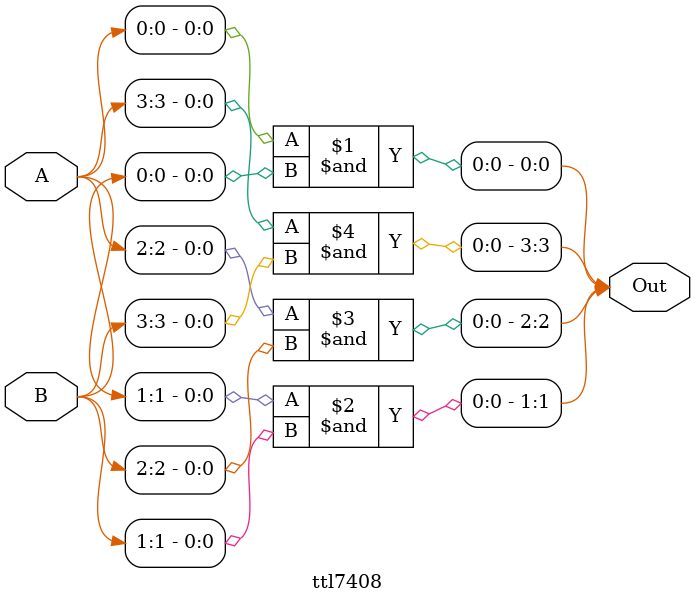
<source format=v>
module ttl7408(Out, A, B);
    output [3:0] Out;
    input [3:0] A;
    input [3:0] B;

    and #10 (Out[0], A[0], B[0]);
    and #10 (Out[1], A[1], B[1]);
    and #10 (Out[2], A[2], B[2]);
    and #10 (Out[3], A[3], B[3]);
endmodule

</source>
